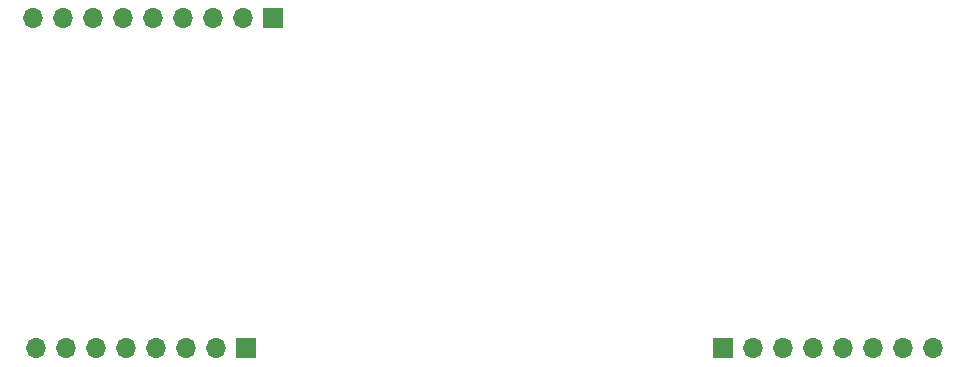
<source format=gbr>
%TF.GenerationSoftware,KiCad,Pcbnew,(5.1.10-1-10_14)*%
%TF.CreationDate,2021-10-28T11:05:28-04:00*%
%TF.ProjectId,ALU-smd,414c552d-736d-4642-9e6b-696361645f70,rev?*%
%TF.SameCoordinates,Original*%
%TF.FileFunction,Soldermask,Bot*%
%TF.FilePolarity,Negative*%
%FSLAX46Y46*%
G04 Gerber Fmt 4.6, Leading zero omitted, Abs format (unit mm)*
G04 Created by KiCad (PCBNEW (5.1.10-1-10_14)) date 2021-10-28 11:05:28*
%MOMM*%
%LPD*%
G01*
G04 APERTURE LIST*
%ADD10R,1.700000X1.700000*%
%ADD11O,1.700000X1.700000*%
G04 APERTURE END LIST*
D10*
%TO.C,J3*%
X94234000Y-161798000D03*
D11*
X91694000Y-161798000D03*
X89154000Y-161798000D03*
X86614000Y-161798000D03*
X84074000Y-161798000D03*
X81534000Y-161798000D03*
X78994000Y-161798000D03*
X76454000Y-161798000D03*
%TD*%
D10*
%TO.C,J1*%
X96520000Y-133858000D03*
D11*
X93980000Y-133858000D03*
X91440000Y-133858000D03*
X88900000Y-133858000D03*
X86360000Y-133858000D03*
X83820000Y-133858000D03*
X81280000Y-133858000D03*
X78740000Y-133858000D03*
X76200000Y-133858000D03*
%TD*%
%TO.C,J2*%
X152400000Y-161798000D03*
X149860000Y-161798000D03*
X147320000Y-161798000D03*
X144780000Y-161798000D03*
X142240000Y-161798000D03*
X139700000Y-161798000D03*
X137160000Y-161798000D03*
D10*
X134620000Y-161798000D03*
%TD*%
M02*

</source>
